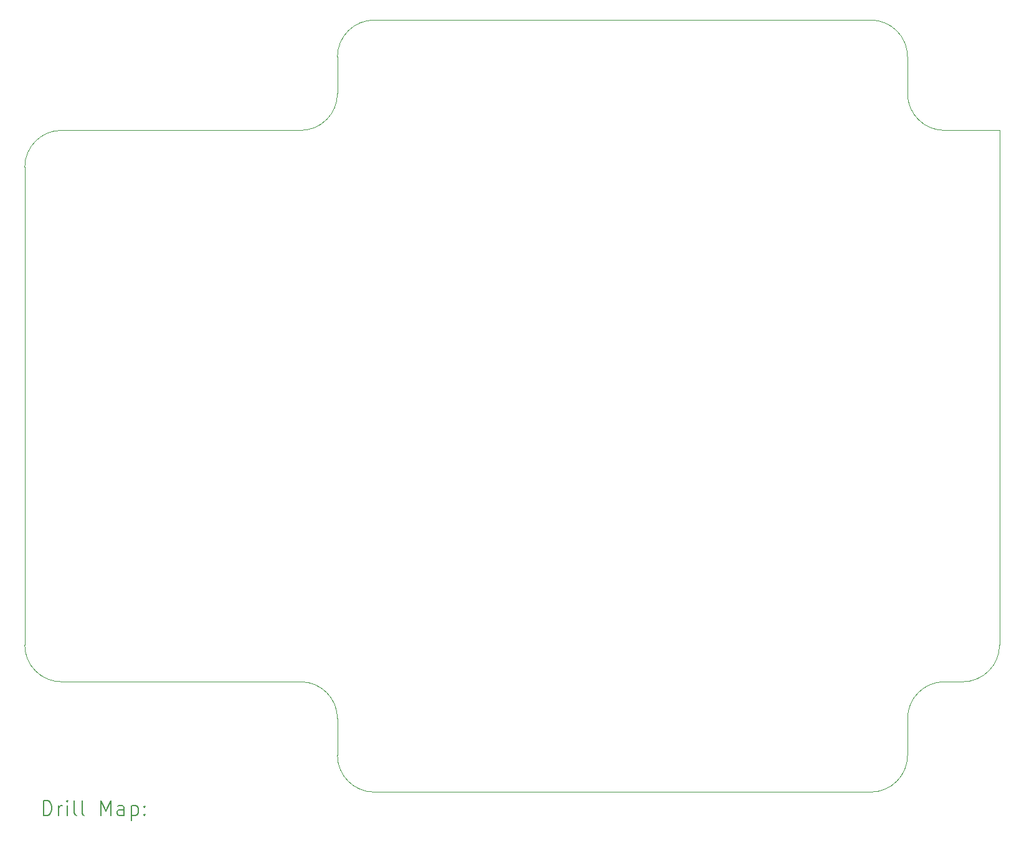
<source format=gbr>
%TF.GenerationSoftware,KiCad,Pcbnew,7.0.5*%
%TF.CreationDate,2023-11-30T10:21:07+10:00*%
%TF.ProjectId,HEXCORE PCB Design v0,48455843-4f52-4452-9050-434220446573,rev?*%
%TF.SameCoordinates,Original*%
%TF.FileFunction,Drillmap*%
%TF.FilePolarity,Positive*%
%FSLAX45Y45*%
G04 Gerber Fmt 4.5, Leading zero omitted, Abs format (unit mm)*
G04 Created by KiCad (PCBNEW 7.0.5) date 2023-11-30 10:21:07*
%MOMM*%
%LPD*%
G01*
G04 APERTURE LIST*
%ADD10C,0.100000*%
%ADD11C,0.200000*%
G04 APERTURE END LIST*
D10*
X15250000Y-11250000D02*
G75*
G03*
X15750000Y-10750000I0J500000D01*
G01*
X15750000Y-10750000D02*
X15750000Y-3750000D01*
X2500000Y-4250000D02*
X2500000Y-10750000D01*
X6750000Y-11750000D02*
X6750000Y-12250000D01*
X6750000Y-11750000D02*
G75*
G03*
X6250000Y-11250000I-500000J0D01*
G01*
X6750000Y-2750000D02*
X6750000Y-3250000D01*
X14000000Y-2250000D02*
X7250000Y-2250000D01*
X2500000Y-10750000D02*
G75*
G03*
X3000000Y-11250000I500000J0D01*
G01*
X3000000Y-3750000D02*
G75*
G03*
X2500000Y-4250000I0J-500000D01*
G01*
X14000000Y-12750000D02*
G75*
G03*
X14500000Y-12250000I0J500000D01*
G01*
X15000000Y-11250000D02*
X15250000Y-11250000D01*
X14500000Y-2750000D02*
G75*
G03*
X14000000Y-2250000I-500000J0D01*
G01*
X15000000Y-11250000D02*
G75*
G03*
X14500000Y-11750000I0J-500000D01*
G01*
X6250000Y-3750000D02*
G75*
G03*
X6750000Y-3250000I0J500000D01*
G01*
X3000000Y-11250000D02*
X6250000Y-11250000D01*
X14500000Y-3250000D02*
X14500000Y-2750000D01*
X15750000Y-3750000D02*
X15000000Y-3750000D01*
X7250000Y-2250000D02*
G75*
G03*
X6750000Y-2750000I0J-500000D01*
G01*
X7250000Y-12750000D02*
X14000000Y-12750000D01*
X6750000Y-12250000D02*
G75*
G03*
X7250000Y-12750000I500000J0D01*
G01*
X14500000Y-3250000D02*
G75*
G03*
X15000000Y-3750000I500000J0D01*
G01*
X14500000Y-12250000D02*
X14500000Y-11750000D01*
X6250000Y-3750000D02*
X3000000Y-3750000D01*
D11*
X2755777Y-13066484D02*
X2755777Y-12866484D01*
X2755777Y-12866484D02*
X2803396Y-12866484D01*
X2803396Y-12866484D02*
X2831967Y-12876008D01*
X2831967Y-12876008D02*
X2851015Y-12895055D01*
X2851015Y-12895055D02*
X2860539Y-12914103D01*
X2860539Y-12914103D02*
X2870062Y-12952198D01*
X2870062Y-12952198D02*
X2870062Y-12980769D01*
X2870062Y-12980769D02*
X2860539Y-13018865D01*
X2860539Y-13018865D02*
X2851015Y-13037912D01*
X2851015Y-13037912D02*
X2831967Y-13056960D01*
X2831967Y-13056960D02*
X2803396Y-13066484D01*
X2803396Y-13066484D02*
X2755777Y-13066484D01*
X2955777Y-13066484D02*
X2955777Y-12933150D01*
X2955777Y-12971246D02*
X2965301Y-12952198D01*
X2965301Y-12952198D02*
X2974824Y-12942674D01*
X2974824Y-12942674D02*
X2993872Y-12933150D01*
X2993872Y-12933150D02*
X3012920Y-12933150D01*
X3079586Y-13066484D02*
X3079586Y-12933150D01*
X3079586Y-12866484D02*
X3070062Y-12876008D01*
X3070062Y-12876008D02*
X3079586Y-12885531D01*
X3079586Y-12885531D02*
X3089110Y-12876008D01*
X3089110Y-12876008D02*
X3079586Y-12866484D01*
X3079586Y-12866484D02*
X3079586Y-12885531D01*
X3203396Y-13066484D02*
X3184348Y-13056960D01*
X3184348Y-13056960D02*
X3174824Y-13037912D01*
X3174824Y-13037912D02*
X3174824Y-12866484D01*
X3308158Y-13066484D02*
X3289110Y-13056960D01*
X3289110Y-13056960D02*
X3279586Y-13037912D01*
X3279586Y-13037912D02*
X3279586Y-12866484D01*
X3536729Y-13066484D02*
X3536729Y-12866484D01*
X3536729Y-12866484D02*
X3603396Y-13009341D01*
X3603396Y-13009341D02*
X3670062Y-12866484D01*
X3670062Y-12866484D02*
X3670062Y-13066484D01*
X3851015Y-13066484D02*
X3851015Y-12961722D01*
X3851015Y-12961722D02*
X3841491Y-12942674D01*
X3841491Y-12942674D02*
X3822443Y-12933150D01*
X3822443Y-12933150D02*
X3784348Y-12933150D01*
X3784348Y-12933150D02*
X3765301Y-12942674D01*
X3851015Y-13056960D02*
X3831967Y-13066484D01*
X3831967Y-13066484D02*
X3784348Y-13066484D01*
X3784348Y-13066484D02*
X3765301Y-13056960D01*
X3765301Y-13056960D02*
X3755777Y-13037912D01*
X3755777Y-13037912D02*
X3755777Y-13018865D01*
X3755777Y-13018865D02*
X3765301Y-12999817D01*
X3765301Y-12999817D02*
X3784348Y-12990293D01*
X3784348Y-12990293D02*
X3831967Y-12990293D01*
X3831967Y-12990293D02*
X3851015Y-12980769D01*
X3946253Y-12933150D02*
X3946253Y-13133150D01*
X3946253Y-12942674D02*
X3965301Y-12933150D01*
X3965301Y-12933150D02*
X4003396Y-12933150D01*
X4003396Y-12933150D02*
X4022443Y-12942674D01*
X4022443Y-12942674D02*
X4031967Y-12952198D01*
X4031967Y-12952198D02*
X4041491Y-12971246D01*
X4041491Y-12971246D02*
X4041491Y-13028388D01*
X4041491Y-13028388D02*
X4031967Y-13047436D01*
X4031967Y-13047436D02*
X4022443Y-13056960D01*
X4022443Y-13056960D02*
X4003396Y-13066484D01*
X4003396Y-13066484D02*
X3965301Y-13066484D01*
X3965301Y-13066484D02*
X3946253Y-13056960D01*
X4127205Y-13047436D02*
X4136729Y-13056960D01*
X4136729Y-13056960D02*
X4127205Y-13066484D01*
X4127205Y-13066484D02*
X4117682Y-13056960D01*
X4117682Y-13056960D02*
X4127205Y-13047436D01*
X4127205Y-13047436D02*
X4127205Y-13066484D01*
X4127205Y-12942674D02*
X4136729Y-12952198D01*
X4136729Y-12952198D02*
X4127205Y-12961722D01*
X4127205Y-12961722D02*
X4117682Y-12952198D01*
X4117682Y-12952198D02*
X4127205Y-12942674D01*
X4127205Y-12942674D02*
X4127205Y-12961722D01*
M02*

</source>
